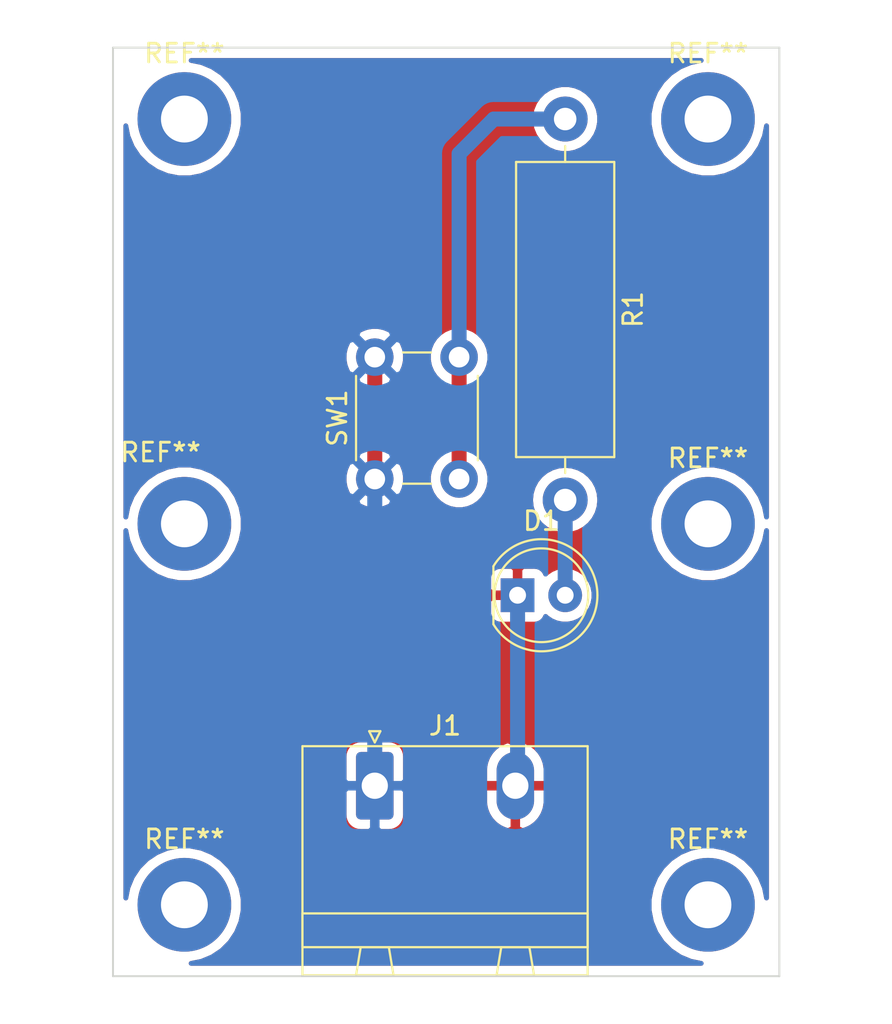
<source format=kicad_pcb>
(kicad_pcb (version 20171130) (host pcbnew 5.1.1-8be2ce7~80~ubuntu18.04.1)

  (general
    (thickness 1.6)
    (drawings 4)
    (tracks 9)
    (zones 0)
    (modules 10)
    (nets 5)
  )

  (page A4)
  (layers
    (0 F.Cu signal)
    (31 B.Cu signal)
    (33 F.Adhes user)
    (35 F.Paste user)
    (37 F.SilkS user)
    (39 F.Mask user)
    (40 Dwgs.User user)
    (41 Cmts.User user)
    (42 Eco1.User user)
    (43 Eco2.User user)
    (44 Edge.Cuts user)
    (45 Margin user)
    (46 B.CrtYd user)
    (47 F.CrtYd user)
    (49 F.Fab user)
  )

  (setup
    (last_trace_width 0.8)
    (trace_clearance 0.25)
    (zone_clearance 0.508)
    (zone_45_only no)
    (trace_min 0.2)
    (via_size 0.8)
    (via_drill 0.4)
    (via_min_size 0.4)
    (via_min_drill 0.3)
    (uvia_size 0.3)
    (uvia_drill 0.1)
    (uvias_allowed no)
    (uvia_min_size 0.2)
    (uvia_min_drill 0.1)
    (edge_width 0.05)
    (segment_width 0.2)
    (pcb_text_width 0.3)
    (pcb_text_size 1.5 1.5)
    (mod_edge_width 0.12)
    (mod_text_size 1 1)
    (mod_text_width 0.15)
    (pad_size 1.524 1.524)
    (pad_drill 0.762)
    (pad_to_mask_clearance 0.051)
    (solder_mask_min_width 0.25)
    (aux_axis_origin 0 0)
    (visible_elements FFFFFF7F)
    (pcbplotparams
      (layerselection 0x010fc_ffffffff)
      (usegerberextensions false)
      (usegerberattributes false)
      (usegerberadvancedattributes false)
      (creategerberjobfile false)
      (excludeedgelayer true)
      (linewidth 0.100000)
      (plotframeref false)
      (viasonmask false)
      (mode 1)
      (useauxorigin false)
      (hpglpennumber 1)
      (hpglpenspeed 20)
      (hpglpendiameter 15.000000)
      (psnegative false)
      (psa4output false)
      (plotreference true)
      (plotvalue true)
      (plotinvisibletext false)
      (padsonsilk false)
      (subtractmaskfromsilk false)
      (outputformat 1)
      (mirror false)
      (drillshape 1)
      (scaleselection 1)
      (outputdirectory ""))
  )

  (net 0 "")
  (net 1 "Net-(D1-Pad2)")
  (net 2 GND)
  (net 3 VDD)
  (net 4 "Net-(R1-Pad1)")

  (net_class Default "This is the default net class."
    (clearance 0.25)
    (trace_width 0.8)
    (via_dia 0.8)
    (via_drill 0.4)
    (uvia_dia 0.3)
    (uvia_drill 0.1)
    (add_net GND)
    (add_net "Net-(D1-Pad2)")
    (add_net "Net-(R1-Pad1)")
    (add_net VDD)
  )

  (module MountingHole:MountingHole_2.5mm_Pad (layer F.Cu) (tedit 56D1B4CB) (tstamp 5CBB96F6)
    (at 135.89 90.17)
    (descr "Mounting Hole 2.5mm")
    (tags "mounting hole 2.5mm")
    (attr virtual)
    (fp_text reference REF** (at -1.27 -3.81) (layer F.SilkS)
      (effects (font (size 1 1) (thickness 0.15)))
    )
    (fp_text value MountingHole_2.5mm_Pad (at 0 3.5) (layer F.Fab)
      (effects (font (size 1 1) (thickness 0.15)))
    )
    (fp_circle (center 0 0) (end 2.75 0) (layer F.CrtYd) (width 0.05))
    (fp_circle (center 0 0) (end 2.5 0) (layer Cmts.User) (width 0.15))
    (fp_text user %R (at 0.3 0) (layer F.Fab)
      (effects (font (size 1 1) (thickness 0.15)))
    )
    (pad 1 thru_hole circle (at 0 0) (size 5 5) (drill 2.5) (layers *.Cu *.Mask))
  )

  (module MountingHole:MountingHole_2.5mm_Pad (layer F.Cu) (tedit 56D1B4CB) (tstamp 5CBB9638)
    (at 163.83 90.17)
    (descr "Mounting Hole 2.5mm")
    (tags "mounting hole 2.5mm")
    (attr virtual)
    (fp_text reference REF** (at 0 -3.5) (layer F.SilkS)
      (effects (font (size 1 1) (thickness 0.15)))
    )
    (fp_text value MountingHole_2.5mm_Pad (at 0 3.5) (layer F.Fab)
      (effects (font (size 1 1) (thickness 0.15)))
    )
    (fp_circle (center 0 0) (end 2.75 0) (layer F.CrtYd) (width 0.05))
    (fp_circle (center 0 0) (end 2.5 0) (layer Cmts.User) (width 0.15))
    (fp_text user %R (at 0.3 0) (layer F.Fab)
      (effects (font (size 1 1) (thickness 0.15)))
    )
    (pad 1 thru_hole circle (at 0 0) (size 5 5) (drill 2.5) (layers *.Cu *.Mask))
  )

  (module MountingHole:MountingHole_2.5mm_Pad (layer F.Cu) (tedit 56D1B4CB) (tstamp 5CBB9535)
    (at 135.89 68.58)
    (descr "Mounting Hole 2.5mm")
    (tags "mounting hole 2.5mm")
    (attr virtual)
    (fp_text reference REF** (at 0 -3.5) (layer F.SilkS)
      (effects (font (size 1 1) (thickness 0.15)))
    )
    (fp_text value MountingHole_2.5mm_Pad (at 0 3.5) (layer F.Fab)
      (effects (font (size 1 1) (thickness 0.15)))
    )
    (fp_circle (center 0 0) (end 2.75 0) (layer F.CrtYd) (width 0.05))
    (fp_circle (center 0 0) (end 2.5 0) (layer Cmts.User) (width 0.15))
    (fp_text user %R (at 0.3 0) (layer F.Fab)
      (effects (font (size 1 1) (thickness 0.15)))
    )
    (pad 1 thru_hole circle (at 0 0) (size 5 5) (drill 2.5) (layers *.Cu *.Mask))
  )

  (module MountingHole:MountingHole_2.5mm_Pad (layer F.Cu) (tedit 56D1B4CB) (tstamp 5CBB9462)
    (at 163.83 68.58)
    (descr "Mounting Hole 2.5mm")
    (tags "mounting hole 2.5mm")
    (attr virtual)
    (fp_text reference REF** (at 0 -3.5) (layer F.SilkS)
      (effects (font (size 1 1) (thickness 0.15)))
    )
    (fp_text value MountingHole_2.5mm_Pad (at 0 3.5) (layer F.Fab)
      (effects (font (size 1 1) (thickness 0.15)))
    )
    (fp_circle (center 0 0) (end 2.75 0) (layer F.CrtYd) (width 0.05))
    (fp_circle (center 0 0) (end 2.5 0) (layer Cmts.User) (width 0.15))
    (fp_text user %R (at 0.3 0) (layer F.Fab)
      (effects (font (size 1 1) (thickness 0.15)))
    )
    (pad 1 thru_hole circle (at 0 0) (size 5 5) (drill 2.5) (layers *.Cu *.Mask))
  )

  (module MountingHole:MountingHole_2.5mm_Pad (layer F.Cu) (tedit 56D1B4CB) (tstamp 5CBB93B9)
    (at 163.83 110.49)
    (descr "Mounting Hole 2.5mm")
    (tags "mounting hole 2.5mm")
    (attr virtual)
    (fp_text reference REF** (at 0 -3.5) (layer F.SilkS)
      (effects (font (size 1 1) (thickness 0.15)))
    )
    (fp_text value MountingHole_2.5mm_Pad (at 0 3.5) (layer F.Fab)
      (effects (font (size 1 1) (thickness 0.15)))
    )
    (fp_circle (center 0 0) (end 2.75 0) (layer F.CrtYd) (width 0.05))
    (fp_circle (center 0 0) (end 2.5 0) (layer Cmts.User) (width 0.15))
    (fp_text user %R (at 0.3 0) (layer F.Fab)
      (effects (font (size 1 1) (thickness 0.15)))
    )
    (pad 1 thru_hole circle (at 0 0) (size 5 5) (drill 2.5) (layers *.Cu *.Mask))
  )

  (module MountingHole:MountingHole_2.5mm_Pad (layer F.Cu) (tedit 56D1B4CB) (tstamp 5CBB9308)
    (at 135.89 110.49)
    (descr "Mounting Hole 2.5mm")
    (tags "mounting hole 2.5mm")
    (attr virtual)
    (fp_text reference REF** (at 0 -3.5) (layer F.SilkS)
      (effects (font (size 1 1) (thickness 0.15)))
    )
    (fp_text value MountingHole_2.5mm_Pad (at 0 3.5) (layer F.Fab)
      (effects (font (size 1 1) (thickness 0.15)))
    )
    (fp_circle (center 0 0) (end 2.75 0) (layer F.CrtYd) (width 0.05))
    (fp_circle (center 0 0) (end 2.5 0) (layer Cmts.User) (width 0.15))
    (fp_text user %R (at 0.3 0) (layer F.Fab)
      (effects (font (size 1 1) (thickness 0.15)))
    )
    (pad 1 thru_hole circle (at 0 0) (size 5 5) (drill 2.5) (layers *.Cu *.Mask))
  )

  (module Button_Switch_THT:SW_PUSH_6mm_H5mm (layer F.Cu) (tedit 5A02FE31) (tstamp 5CBB8405)
    (at 146.05 87.78 90)
    (descr "tactile push button, 6x6mm e.g. PHAP33xx series, height=5mm")
    (tags "tact sw push 6mm")
    (path /5CBB425A)
    (fp_text reference SW1 (at 3.25 -2 90) (layer F.SilkS)
      (effects (font (size 1 1) (thickness 0.15)))
    )
    (fp_text value SW_SPST (at 3.75 6.7 90) (layer F.Fab)
      (effects (font (size 1 1) (thickness 0.15)))
    )
    (fp_circle (center 3.25 2.25) (end 1.25 2.5) (layer F.Fab) (width 0.1))
    (fp_line (start 6.75 3) (end 6.75 1.5) (layer F.SilkS) (width 0.12))
    (fp_line (start 5.5 -1) (end 1 -1) (layer F.SilkS) (width 0.12))
    (fp_line (start -0.25 1.5) (end -0.25 3) (layer F.SilkS) (width 0.12))
    (fp_line (start 1 5.5) (end 5.5 5.5) (layer F.SilkS) (width 0.12))
    (fp_line (start 8 -1.25) (end 8 5.75) (layer F.CrtYd) (width 0.05))
    (fp_line (start 7.75 6) (end -1.25 6) (layer F.CrtYd) (width 0.05))
    (fp_line (start -1.5 5.75) (end -1.5 -1.25) (layer F.CrtYd) (width 0.05))
    (fp_line (start -1.25 -1.5) (end 7.75 -1.5) (layer F.CrtYd) (width 0.05))
    (fp_line (start -1.5 6) (end -1.25 6) (layer F.CrtYd) (width 0.05))
    (fp_line (start -1.5 5.75) (end -1.5 6) (layer F.CrtYd) (width 0.05))
    (fp_line (start -1.5 -1.5) (end -1.25 -1.5) (layer F.CrtYd) (width 0.05))
    (fp_line (start -1.5 -1.25) (end -1.5 -1.5) (layer F.CrtYd) (width 0.05))
    (fp_line (start 8 -1.5) (end 8 -1.25) (layer F.CrtYd) (width 0.05))
    (fp_line (start 7.75 -1.5) (end 8 -1.5) (layer F.CrtYd) (width 0.05))
    (fp_line (start 8 6) (end 8 5.75) (layer F.CrtYd) (width 0.05))
    (fp_line (start 7.75 6) (end 8 6) (layer F.CrtYd) (width 0.05))
    (fp_line (start 0.25 -0.75) (end 3.25 -0.75) (layer F.Fab) (width 0.1))
    (fp_line (start 0.25 5.25) (end 0.25 -0.75) (layer F.Fab) (width 0.1))
    (fp_line (start 6.25 5.25) (end 0.25 5.25) (layer F.Fab) (width 0.1))
    (fp_line (start 6.25 -0.75) (end 6.25 5.25) (layer F.Fab) (width 0.1))
    (fp_line (start 3.25 -0.75) (end 6.25 -0.75) (layer F.Fab) (width 0.1))
    (fp_text user %R (at 3.25 2.25 90) (layer F.Fab)
      (effects (font (size 1 1) (thickness 0.15)))
    )
    (pad 1 thru_hole circle (at 6.5 0 180) (size 2 2) (drill 1.1) (layers *.Cu *.Mask)
      (net 3 VDD))
    (pad 2 thru_hole circle (at 6.5 4.5 180) (size 2 2) (drill 1.1) (layers *.Cu *.Mask)
      (net 4 "Net-(R1-Pad1)"))
    (pad 1 thru_hole circle (at 0 0 180) (size 2 2) (drill 1.1) (layers *.Cu *.Mask)
      (net 3 VDD))
    (pad 2 thru_hole circle (at 0 4.5 180) (size 2 2) (drill 1.1) (layers *.Cu *.Mask)
      (net 4 "Net-(R1-Pad1)"))
    (model ${KISYS3DMOD}/Button_Switch_THT.3dshapes/SW_PUSH_6mm_H5mm.wrl
      (at (xyz 0 0 0))
      (scale (xyz 1 1 1))
      (rotate (xyz 0 0 0))
    )
  )

  (module Resistor_THT:R_Axial_DIN0516_L15.5mm_D5.0mm_P20.32mm_Horizontal (layer F.Cu) (tedit 5AE5139B) (tstamp 5CBB83E6)
    (at 156.21 68.58 270)
    (descr "Resistor, Axial_DIN0516 series, Axial, Horizontal, pin pitch=20.32mm, 2W, length*diameter=15.5*5mm^2, http://cdn-reichelt.de/documents/datenblatt/B400/1_4W%23YAG.pdf")
    (tags "Resistor Axial_DIN0516 series Axial Horizontal pin pitch 20.32mm 2W length 15.5mm diameter 5mm")
    (path /5CBB5627)
    (fp_text reference R1 (at 10.16 -3.62 90) (layer F.SilkS)
      (effects (font (size 1 1) (thickness 0.15)))
    )
    (fp_text value 330R (at 10.16 3.62 90) (layer F.Fab)
      (effects (font (size 1 1) (thickness 0.15)))
    )
    (fp_text user %R (at 10.16 0 90) (layer F.Fab)
      (effects (font (size 1 1) (thickness 0.15)))
    )
    (fp_line (start 21.77 -2.75) (end -1.45 -2.75) (layer F.CrtYd) (width 0.05))
    (fp_line (start 21.77 2.75) (end 21.77 -2.75) (layer F.CrtYd) (width 0.05))
    (fp_line (start -1.45 2.75) (end 21.77 2.75) (layer F.CrtYd) (width 0.05))
    (fp_line (start -1.45 -2.75) (end -1.45 2.75) (layer F.CrtYd) (width 0.05))
    (fp_line (start 18.88 0) (end 18.03 0) (layer F.SilkS) (width 0.12))
    (fp_line (start 1.44 0) (end 2.29 0) (layer F.SilkS) (width 0.12))
    (fp_line (start 18.03 -2.62) (end 2.29 -2.62) (layer F.SilkS) (width 0.12))
    (fp_line (start 18.03 2.62) (end 18.03 -2.62) (layer F.SilkS) (width 0.12))
    (fp_line (start 2.29 2.62) (end 18.03 2.62) (layer F.SilkS) (width 0.12))
    (fp_line (start 2.29 -2.62) (end 2.29 2.62) (layer F.SilkS) (width 0.12))
    (fp_line (start 20.32 0) (end 17.91 0) (layer F.Fab) (width 0.1))
    (fp_line (start 0 0) (end 2.41 0) (layer F.Fab) (width 0.1))
    (fp_line (start 17.91 -2.5) (end 2.41 -2.5) (layer F.Fab) (width 0.1))
    (fp_line (start 17.91 2.5) (end 17.91 -2.5) (layer F.Fab) (width 0.1))
    (fp_line (start 2.41 2.5) (end 17.91 2.5) (layer F.Fab) (width 0.1))
    (fp_line (start 2.41 -2.5) (end 2.41 2.5) (layer F.Fab) (width 0.1))
    (pad 2 thru_hole oval (at 20.32 0 270) (size 2.4 2.4) (drill 1.2) (layers *.Cu *.Mask)
      (net 1 "Net-(D1-Pad2)"))
    (pad 1 thru_hole circle (at 0 0 270) (size 2.4 2.4) (drill 1.2) (layers *.Cu *.Mask)
      (net 4 "Net-(R1-Pad1)"))
    (model ${KISYS3DMOD}/Resistor_THT.3dshapes/R_Axial_DIN0516_L15.5mm_D5.0mm_P20.32mm_Horizontal.wrl
      (at (xyz 0 0 0))
      (scale (xyz 1 1 1))
      (rotate (xyz 0 0 0))
    )
  )

  (module Connector_Phoenix_GMSTB:PhoenixContact_GMSTBA_2,5_2-G_1x02_P7.50mm_Horizontal (layer F.Cu) (tedit 5B785048) (tstamp 5CBB83CF)
    (at 146.05 104.14)
    (descr "Generic Phoenix Contact connector footprint for: GMSTBA_2,5/2-G; number of pins: 02; pin pitch: 7.50mm; Angled || order number: 1766343 12A 630V")
    (tags "phoenix_contact connector GMSTBA_01x02_G_7.50mm")
    (path /5CBB2D8A)
    (fp_text reference J1 (at 3.75 -3.2) (layer F.SilkS)
      (effects (font (size 1 1) (thickness 0.15)))
    )
    (fp_text value Conn_01x02_Male (at 3.75 11.2) (layer F.Fab)
      (effects (font (size 1 1) (thickness 0.15)))
    )
    (fp_text user %R (at 3.75 -1.3) (layer F.Fab)
      (effects (font (size 1 1) (thickness 0.15)))
    )
    (fp_line (start 0 -0.5) (end -0.95 -2) (layer F.Fab) (width 0.1))
    (fp_line (start 0.95 -2) (end 0 -0.5) (layer F.Fab) (width 0.1))
    (fp_line (start -0.3 -2.91) (end 0.3 -2.91) (layer F.SilkS) (width 0.12))
    (fp_line (start 0 -2.31) (end -0.3 -2.91) (layer F.SilkS) (width 0.12))
    (fp_line (start 0.3 -2.91) (end 0 -2.31) (layer F.SilkS) (width 0.12))
    (fp_line (start 11.75 -2.5) (end -4.25 -2.5) (layer F.CrtYd) (width 0.05))
    (fp_line (start 11.75 10.5) (end 11.75 -2.5) (layer F.CrtYd) (width 0.05))
    (fp_line (start -4.25 10.5) (end 11.75 10.5) (layer F.CrtYd) (width 0.05))
    (fp_line (start -4.25 -2.5) (end -4.25 10.5) (layer F.CrtYd) (width 0.05))
    (fp_line (start 6.75 8.61) (end 6.5 10.11) (layer F.SilkS) (width 0.12))
    (fp_line (start 8.25 8.61) (end 6.75 8.61) (layer F.SilkS) (width 0.12))
    (fp_line (start 8.5 10.11) (end 8.25 8.61) (layer F.SilkS) (width 0.12))
    (fp_line (start 6.5 10.11) (end 8.5 10.11) (layer F.SilkS) (width 0.12))
    (fp_line (start -0.75 8.61) (end -1 10.11) (layer F.SilkS) (width 0.12))
    (fp_line (start 0.75 8.61) (end -0.75 8.61) (layer F.SilkS) (width 0.12))
    (fp_line (start 1 10.11) (end 0.75 8.61) (layer F.SilkS) (width 0.12))
    (fp_line (start -1 10.11) (end 1 10.11) (layer F.SilkS) (width 0.12))
    (fp_line (start 11.36 8.61) (end -3.86 8.61) (layer F.SilkS) (width 0.12))
    (fp_line (start 11.36 6.81) (end 11.36 8.61) (layer F.SilkS) (width 0.12))
    (fp_line (start -3.86 6.81) (end 11.36 6.81) (layer F.SilkS) (width 0.12))
    (fp_line (start -3.86 8.61) (end -3.86 6.81) (layer F.SilkS) (width 0.12))
    (fp_line (start 11.25 -2) (end -3.75 -2) (layer F.Fab) (width 0.1))
    (fp_line (start 11.25 10) (end 11.25 -2) (layer F.Fab) (width 0.1))
    (fp_line (start -3.75 10) (end 11.25 10) (layer F.Fab) (width 0.1))
    (fp_line (start -3.75 -2) (end -3.75 10) (layer F.Fab) (width 0.1))
    (fp_line (start 11.36 -2.11) (end -3.86 -2.11) (layer F.SilkS) (width 0.12))
    (fp_line (start 11.36 10.11) (end 11.36 -2.11) (layer F.SilkS) (width 0.12))
    (fp_line (start -3.86 10.11) (end 11.36 10.11) (layer F.SilkS) (width 0.12))
    (fp_line (start -3.86 -2.11) (end -3.86 10.11) (layer F.SilkS) (width 0.12))
    (pad 2 thru_hole oval (at 7.5 0) (size 2 3.6) (drill 1.4) (layers *.Cu *.Mask)
      (net 2 GND))
    (pad 1 thru_hole roundrect (at 0 0) (size 2 3.6) (drill 1.4) (layers *.Cu *.Mask) (roundrect_rratio 0.125)
      (net 3 VDD))
    (model ${KISYS3DMOD}/Connector_Phoenix_GMSTB.3dshapes/PhoenixContact_GMSTBA_2,5_2-G_1x02_P7.50mm_Horizontal.wrl
      (at (xyz 0 0 0))
      (scale (xyz 1 1 1))
      (rotate (xyz 0 0 0))
    )
  )

  (module LED_THT:LED_D5.0mm (layer F.Cu) (tedit 5995936A) (tstamp 5CBB83AB)
    (at 153.67 93.98)
    (descr "LED, diameter 5.0mm, 2 pins, http://cdn-reichelt.de/documents/datenblatt/A500/LL-504BC2E-009.pdf")
    (tags "LED diameter 5.0mm 2 pins")
    (path /5CBB5A24)
    (fp_text reference D1 (at 1.27 -3.96) (layer F.SilkS)
      (effects (font (size 1 1) (thickness 0.15)))
    )
    (fp_text value LED (at 1.27 3.96) (layer F.Fab)
      (effects (font (size 1 1) (thickness 0.15)))
    )
    (fp_text user %R (at 1.27 0) (layer F.Fab)
      (effects (font (size 0.8 0.8) (thickness 0.2)))
    )
    (fp_line (start 4.5 -3.25) (end -1.95 -3.25) (layer F.CrtYd) (width 0.05))
    (fp_line (start 4.5 3.25) (end 4.5 -3.25) (layer F.CrtYd) (width 0.05))
    (fp_line (start -1.95 3.25) (end 4.5 3.25) (layer F.CrtYd) (width 0.05))
    (fp_line (start -1.95 -3.25) (end -1.95 3.25) (layer F.CrtYd) (width 0.05))
    (fp_line (start -1.29 -1.545) (end -1.29 1.545) (layer F.SilkS) (width 0.12))
    (fp_line (start -1.23 -1.469694) (end -1.23 1.469694) (layer F.Fab) (width 0.1))
    (fp_circle (center 1.27 0) (end 3.77 0) (layer F.SilkS) (width 0.12))
    (fp_circle (center 1.27 0) (end 3.77 0) (layer F.Fab) (width 0.1))
    (fp_arc (start 1.27 0) (end -1.29 1.54483) (angle -148.9) (layer F.SilkS) (width 0.12))
    (fp_arc (start 1.27 0) (end -1.29 -1.54483) (angle 148.9) (layer F.SilkS) (width 0.12))
    (fp_arc (start 1.27 0) (end -1.23 -1.469694) (angle 299.1) (layer F.Fab) (width 0.1))
    (pad 2 thru_hole circle (at 2.54 0) (size 1.8 1.8) (drill 0.9) (layers *.Cu *.Mask)
      (net 1 "Net-(D1-Pad2)"))
    (pad 1 thru_hole rect (at 0 0) (size 1.8 1.8) (drill 0.9) (layers *.Cu *.Mask)
      (net 2 GND))
    (model ${KISYS3DMOD}/LED_THT.3dshapes/LED_D5.0mm.wrl
      (at (xyz 0 0 0))
      (scale (xyz 1 1 1))
      (rotate (xyz 0 0 0))
    )
  )

  (gr_line (start 132.08 114.3) (end 132.08 64.77) (layer Edge.Cuts) (width 0.1))
  (gr_line (start 167.64 114.3) (end 132.08 114.3) (layer Edge.Cuts) (width 0.1))
  (gr_line (start 167.64 64.77) (end 167.64 114.3) (layer Edge.Cuts) (width 0.1))
  (gr_line (start 132.08 64.77) (end 167.64 64.77) (layer Edge.Cuts) (width 0.1))

  (segment (start 156.21 88.9) (end 156.21 93.98) (width 0.8) (layer B.Cu) (net 1))
  (segment (start 153.67 104.02) (end 153.55 104.14) (width 0.8) (layer B.Cu) (net 2))
  (segment (start 153.67 93.98) (end 153.67 104.02) (width 0.8) (layer B.Cu) (net 2))
  (segment (start 146.05 87.78) (end 146.05 104.14) (width 0.8) (layer B.Cu) (net 3))
  (segment (start 146.05 81.28) (end 146.05 87.78) (width 0.8) (layer F.Cu) (net 3))
  (segment (start 150.55 81.28) (end 150.55 70.43) (width 0.8) (layer B.Cu) (net 4))
  (segment (start 150.55 70.43) (end 152.4 68.58) (width 0.8) (layer B.Cu) (net 4))
  (segment (start 152.4 68.58) (end 156.21 68.58) (width 0.8) (layer B.Cu) (net 4))
  (segment (start 150.55 81.28) (end 150.55 87.78) (width 0.8) (layer F.Cu) (net 4))

  (zone (net 2) (net_name GND) (layer F.Cu) (tstamp 5CBB9A3E) (hatch edge 0.508)
    (connect_pads (clearance 0.508))
    (min_thickness 0.254)
    (fill yes (arc_segments 32) (thermal_gap 0.508) (thermal_bridge_width 0.508))
    (polygon
      (pts
        (xy 130.81 63.5) (xy 168.91 63.5) (xy 168.91 115.57) (xy 130.81 115.57)
      )
    )
    (filled_polygon
      (pts
        (xy 162.915554 65.565476) (xy 162.345021 65.801799) (xy 161.831554 66.144886) (xy 161.394886 66.581554) (xy 161.051799 67.095021)
        (xy 160.815476 67.665554) (xy 160.695 68.271229) (xy 160.695 68.888771) (xy 160.815476 69.494446) (xy 161.051799 70.064979)
        (xy 161.394886 70.578446) (xy 161.831554 71.015114) (xy 162.345021 71.358201) (xy 162.915554 71.594524) (xy 163.521229 71.715)
        (xy 164.138771 71.715) (xy 164.744446 71.594524) (xy 165.314979 71.358201) (xy 165.828446 71.015114) (xy 166.265114 70.578446)
        (xy 166.608201 70.064979) (xy 166.844524 69.494446) (xy 166.955 68.939044) (xy 166.955001 89.810956) (xy 166.844524 89.255554)
        (xy 166.608201 88.685021) (xy 166.265114 88.171554) (xy 165.828446 87.734886) (xy 165.314979 87.391799) (xy 164.744446 87.155476)
        (xy 164.138771 87.035) (xy 163.521229 87.035) (xy 162.915554 87.155476) (xy 162.345021 87.391799) (xy 161.831554 87.734886)
        (xy 161.394886 88.171554) (xy 161.051799 88.685021) (xy 160.815476 89.255554) (xy 160.695 89.861229) (xy 160.695 90.478771)
        (xy 160.815476 91.084446) (xy 161.051799 91.654979) (xy 161.394886 92.168446) (xy 161.831554 92.605114) (xy 162.345021 92.948201)
        (xy 162.915554 93.184524) (xy 163.521229 93.305) (xy 164.138771 93.305) (xy 164.744446 93.184524) (xy 165.314979 92.948201)
        (xy 165.828446 92.605114) (xy 166.265114 92.168446) (xy 166.608201 91.654979) (xy 166.844524 91.084446) (xy 166.955001 90.529044)
        (xy 166.955001 110.13096) (xy 166.844524 109.575554) (xy 166.608201 109.005021) (xy 166.265114 108.491554) (xy 165.828446 108.054886)
        (xy 165.314979 107.711799) (xy 164.744446 107.475476) (xy 164.138771 107.355) (xy 163.521229 107.355) (xy 162.915554 107.475476)
        (xy 162.345021 107.711799) (xy 161.831554 108.054886) (xy 161.394886 108.491554) (xy 161.051799 109.005021) (xy 160.815476 109.575554)
        (xy 160.695 110.181229) (xy 160.695 110.798771) (xy 160.815476 111.404446) (xy 161.051799 111.974979) (xy 161.394886 112.488446)
        (xy 161.831554 112.925114) (xy 162.345021 113.268201) (xy 162.915554 113.504524) (xy 163.470956 113.615) (xy 136.249044 113.615)
        (xy 136.804446 113.504524) (xy 137.374979 113.268201) (xy 137.888446 112.925114) (xy 138.325114 112.488446) (xy 138.668201 111.974979)
        (xy 138.904524 111.404446) (xy 139.025 110.798771) (xy 139.025 110.181229) (xy 138.904524 109.575554) (xy 138.668201 109.005021)
        (xy 138.325114 108.491554) (xy 137.888446 108.054886) (xy 137.374979 107.711799) (xy 136.804446 107.475476) (xy 136.198771 107.355)
        (xy 135.581229 107.355) (xy 134.975554 107.475476) (xy 134.405021 107.711799) (xy 133.891554 108.054886) (xy 133.454886 108.491554)
        (xy 133.111799 109.005021) (xy 132.875476 109.575554) (xy 132.765 110.130956) (xy 132.765 102.59) (xy 144.411928 102.59)
        (xy 144.411928 105.69) (xy 144.428992 105.863254) (xy 144.479528 106.02985) (xy 144.561595 106.183386) (xy 144.672038 106.317962)
        (xy 144.806614 106.428405) (xy 144.96015 106.510472) (xy 145.126746 106.561008) (xy 145.3 106.578072) (xy 146.8 106.578072)
        (xy 146.973254 106.561008) (xy 147.13985 106.510472) (xy 147.293386 106.428405) (xy 147.427962 106.317962) (xy 147.538405 106.183386)
        (xy 147.620472 106.02985) (xy 147.671008 105.863254) (xy 147.688072 105.69) (xy 147.688072 104.267) (xy 151.915 104.267)
        (xy 151.915 105.067) (xy 151.971193 105.383532) (xy 152.088058 105.68302) (xy 152.261105 105.953954) (xy 152.483683 106.185922)
        (xy 152.747239 106.37001) (xy 153.041645 106.499144) (xy 153.169566 106.530124) (xy 153.423 106.410777) (xy 153.423 104.267)
        (xy 153.677 104.267) (xy 153.677 106.410777) (xy 153.930434 106.530124) (xy 154.058355 106.499144) (xy 154.352761 106.37001)
        (xy 154.616317 106.185922) (xy 154.838895 105.953954) (xy 155.011942 105.68302) (xy 155.128807 105.383532) (xy 155.185 105.067)
        (xy 155.185 104.267) (xy 153.677 104.267) (xy 153.423 104.267) (xy 151.915 104.267) (xy 147.688072 104.267)
        (xy 147.688072 103.213) (xy 151.915 103.213) (xy 151.915 104.013) (xy 153.423 104.013) (xy 153.423 101.869223)
        (xy 153.677 101.869223) (xy 153.677 104.013) (xy 155.185 104.013) (xy 155.185 103.213) (xy 155.128807 102.896468)
        (xy 155.011942 102.59698) (xy 154.838895 102.326046) (xy 154.616317 102.094078) (xy 154.352761 101.90999) (xy 154.058355 101.780856)
        (xy 153.930434 101.749876) (xy 153.677 101.869223) (xy 153.423 101.869223) (xy 153.169566 101.749876) (xy 153.041645 101.780856)
        (xy 152.747239 101.90999) (xy 152.483683 102.094078) (xy 152.261105 102.326046) (xy 152.088058 102.59698) (xy 151.971193 102.896468)
        (xy 151.915 103.213) (xy 147.688072 103.213) (xy 147.688072 102.59) (xy 147.671008 102.416746) (xy 147.620472 102.25015)
        (xy 147.538405 102.096614) (xy 147.427962 101.962038) (xy 147.293386 101.851595) (xy 147.13985 101.769528) (xy 146.973254 101.718992)
        (xy 146.8 101.701928) (xy 145.3 101.701928) (xy 145.126746 101.718992) (xy 144.96015 101.769528) (xy 144.806614 101.851595)
        (xy 144.672038 101.962038) (xy 144.561595 102.096614) (xy 144.479528 102.25015) (xy 144.428992 102.416746) (xy 144.411928 102.59)
        (xy 132.765 102.59) (xy 132.765 94.88) (xy 152.131928 94.88) (xy 152.144188 95.004482) (xy 152.180498 95.12418)
        (xy 152.239463 95.234494) (xy 152.318815 95.331185) (xy 152.415506 95.410537) (xy 152.52582 95.469502) (xy 152.645518 95.505812)
        (xy 152.77 95.518072) (xy 153.38425 95.515) (xy 153.543 95.35625) (xy 153.543 94.107) (xy 152.29375 94.107)
        (xy 152.135 94.26575) (xy 152.131928 94.88) (xy 132.765 94.88) (xy 132.765 90.529044) (xy 132.875476 91.084446)
        (xy 133.111799 91.654979) (xy 133.454886 92.168446) (xy 133.891554 92.605114) (xy 134.405021 92.948201) (xy 134.975554 93.184524)
        (xy 135.581229 93.305) (xy 136.198771 93.305) (xy 136.804446 93.184524) (xy 137.056788 93.08) (xy 152.131928 93.08)
        (xy 152.135 93.69425) (xy 152.29375 93.853) (xy 153.543 93.853) (xy 153.543 92.60375) (xy 153.797 92.60375)
        (xy 153.797 93.853) (xy 153.817 93.853) (xy 153.817 94.107) (xy 153.797 94.107) (xy 153.797 95.35625)
        (xy 153.95575 95.515) (xy 154.57 95.518072) (xy 154.694482 95.505812) (xy 154.81418 95.469502) (xy 154.924494 95.410537)
        (xy 155.021185 95.331185) (xy 155.100537 95.234494) (xy 155.159502 95.12418) (xy 155.165056 95.105873) (xy 155.231495 95.172312)
        (xy 155.482905 95.340299) (xy 155.762257 95.456011) (xy 156.058816 95.515) (xy 156.361184 95.515) (xy 156.657743 95.456011)
        (xy 156.937095 95.340299) (xy 157.188505 95.172312) (xy 157.402312 94.958505) (xy 157.570299 94.707095) (xy 157.686011 94.427743)
        (xy 157.745 94.131184) (xy 157.745 93.828816) (xy 157.686011 93.532257) (xy 157.570299 93.252905) (xy 157.402312 93.001495)
        (xy 157.188505 92.787688) (xy 156.937095 92.619701) (xy 156.657743 92.503989) (xy 156.361184 92.445) (xy 156.058816 92.445)
        (xy 155.762257 92.503989) (xy 155.482905 92.619701) (xy 155.231495 92.787688) (xy 155.165056 92.854127) (xy 155.159502 92.83582)
        (xy 155.100537 92.725506) (xy 155.021185 92.628815) (xy 154.924494 92.549463) (xy 154.81418 92.490498) (xy 154.694482 92.454188)
        (xy 154.57 92.441928) (xy 153.95575 92.445) (xy 153.797 92.60375) (xy 153.543 92.60375) (xy 153.38425 92.445)
        (xy 152.77 92.441928) (xy 152.645518 92.454188) (xy 152.52582 92.490498) (xy 152.415506 92.549463) (xy 152.318815 92.628815)
        (xy 152.239463 92.725506) (xy 152.180498 92.83582) (xy 152.144188 92.955518) (xy 152.131928 93.08) (xy 137.056788 93.08)
        (xy 137.374979 92.948201) (xy 137.888446 92.605114) (xy 138.325114 92.168446) (xy 138.668201 91.654979) (xy 138.904524 91.084446)
        (xy 139.025 90.478771) (xy 139.025 89.861229) (xy 138.904524 89.255554) (xy 138.668201 88.685021) (xy 138.325114 88.171554)
        (xy 137.888446 87.734886) (xy 137.374979 87.391799) (xy 136.804446 87.155476) (xy 136.198771 87.035) (xy 135.581229 87.035)
        (xy 134.975554 87.155476) (xy 134.405021 87.391799) (xy 133.891554 87.734886) (xy 133.454886 88.171554) (xy 133.111799 88.685021)
        (xy 132.875476 89.255554) (xy 132.765 89.810956) (xy 132.765 81.118967) (xy 144.415 81.118967) (xy 144.415 81.441033)
        (xy 144.477832 81.756912) (xy 144.601082 82.054463) (xy 144.780013 82.322252) (xy 145.007748 82.549987) (xy 145.015 82.554833)
        (xy 145.015001 86.505167) (xy 145.007748 86.510013) (xy 144.780013 86.737748) (xy 144.601082 87.005537) (xy 144.477832 87.303088)
        (xy 144.415 87.618967) (xy 144.415 87.941033) (xy 144.477832 88.256912) (xy 144.601082 88.554463) (xy 144.780013 88.822252)
        (xy 145.007748 89.049987) (xy 145.275537 89.228918) (xy 145.573088 89.352168) (xy 145.888967 89.415) (xy 146.211033 89.415)
        (xy 146.526912 89.352168) (xy 146.824463 89.228918) (xy 147.092252 89.049987) (xy 147.319987 88.822252) (xy 147.498918 88.554463)
        (xy 147.622168 88.256912) (xy 147.685 87.941033) (xy 147.685 87.618967) (xy 147.622168 87.303088) (xy 147.498918 87.005537)
        (xy 147.319987 86.737748) (xy 147.092252 86.510013) (xy 147.085 86.505167) (xy 147.085 82.554833) (xy 147.092252 82.549987)
        (xy 147.319987 82.322252) (xy 147.498918 82.054463) (xy 147.622168 81.756912) (xy 147.685 81.441033) (xy 147.685 81.118967)
        (xy 148.915 81.118967) (xy 148.915 81.441033) (xy 148.977832 81.756912) (xy 149.101082 82.054463) (xy 149.280013 82.322252)
        (xy 149.507748 82.549987) (xy 149.515 82.554833) (xy 149.515001 86.505167) (xy 149.507748 86.510013) (xy 149.280013 86.737748)
        (xy 149.101082 87.005537) (xy 148.977832 87.303088) (xy 148.915 87.618967) (xy 148.915 87.941033) (xy 148.977832 88.256912)
        (xy 149.101082 88.554463) (xy 149.280013 88.822252) (xy 149.507748 89.049987) (xy 149.775537 89.228918) (xy 150.073088 89.352168)
        (xy 150.388967 89.415) (xy 150.711033 89.415) (xy 151.026912 89.352168) (xy 151.324463 89.228918) (xy 151.592252 89.049987)
        (xy 151.742239 88.9) (xy 154.366122 88.9) (xy 154.401552 89.259723) (xy 154.506479 89.605622) (xy 154.676871 89.924404)
        (xy 154.906181 90.203819) (xy 155.185596 90.433129) (xy 155.504378 90.603521) (xy 155.850277 90.708448) (xy 156.119861 90.735)
        (xy 156.300139 90.735) (xy 156.569723 90.708448) (xy 156.915622 90.603521) (xy 157.234404 90.433129) (xy 157.513819 90.203819)
        (xy 157.743129 89.924404) (xy 157.913521 89.605622) (xy 158.018448 89.259723) (xy 158.053878 88.9) (xy 158.018448 88.540277)
        (xy 157.913521 88.194378) (xy 157.743129 87.875596) (xy 157.513819 87.596181) (xy 157.234404 87.366871) (xy 156.915622 87.196479)
        (xy 156.569723 87.091552) (xy 156.300139 87.065) (xy 156.119861 87.065) (xy 155.850277 87.091552) (xy 155.504378 87.196479)
        (xy 155.185596 87.366871) (xy 154.906181 87.596181) (xy 154.676871 87.875596) (xy 154.506479 88.194378) (xy 154.401552 88.540277)
        (xy 154.366122 88.9) (xy 151.742239 88.9) (xy 151.819987 88.822252) (xy 151.998918 88.554463) (xy 152.122168 88.256912)
        (xy 152.185 87.941033) (xy 152.185 87.618967) (xy 152.122168 87.303088) (xy 151.998918 87.005537) (xy 151.819987 86.737748)
        (xy 151.592252 86.510013) (xy 151.585 86.505167) (xy 151.585 82.554833) (xy 151.592252 82.549987) (xy 151.819987 82.322252)
        (xy 151.998918 82.054463) (xy 152.122168 81.756912) (xy 152.185 81.441033) (xy 152.185 81.118967) (xy 152.122168 80.803088)
        (xy 151.998918 80.505537) (xy 151.819987 80.237748) (xy 151.592252 80.010013) (xy 151.324463 79.831082) (xy 151.026912 79.707832)
        (xy 150.711033 79.645) (xy 150.388967 79.645) (xy 150.073088 79.707832) (xy 149.775537 79.831082) (xy 149.507748 80.010013)
        (xy 149.280013 80.237748) (xy 149.101082 80.505537) (xy 148.977832 80.803088) (xy 148.915 81.118967) (xy 147.685 81.118967)
        (xy 147.622168 80.803088) (xy 147.498918 80.505537) (xy 147.319987 80.237748) (xy 147.092252 80.010013) (xy 146.824463 79.831082)
        (xy 146.526912 79.707832) (xy 146.211033 79.645) (xy 145.888967 79.645) (xy 145.573088 79.707832) (xy 145.275537 79.831082)
        (xy 145.007748 80.010013) (xy 144.780013 80.237748) (xy 144.601082 80.505537) (xy 144.477832 80.803088) (xy 144.415 81.118967)
        (xy 132.765 81.118967) (xy 132.765 68.939044) (xy 132.875476 69.494446) (xy 133.111799 70.064979) (xy 133.454886 70.578446)
        (xy 133.891554 71.015114) (xy 134.405021 71.358201) (xy 134.975554 71.594524) (xy 135.581229 71.715) (xy 136.198771 71.715)
        (xy 136.804446 71.594524) (xy 137.374979 71.358201) (xy 137.888446 71.015114) (xy 138.325114 70.578446) (xy 138.668201 70.064979)
        (xy 138.904524 69.494446) (xy 139.025 68.888771) (xy 139.025 68.399268) (xy 154.375 68.399268) (xy 154.375 68.760732)
        (xy 154.445518 69.11525) (xy 154.583844 69.449199) (xy 154.784662 69.749744) (xy 155.040256 70.005338) (xy 155.340801 70.206156)
        (xy 155.67475 70.344482) (xy 156.029268 70.415) (xy 156.390732 70.415) (xy 156.74525 70.344482) (xy 157.079199 70.206156)
        (xy 157.379744 70.005338) (xy 157.635338 69.749744) (xy 157.836156 69.449199) (xy 157.974482 69.11525) (xy 158.045 68.760732)
        (xy 158.045 68.399268) (xy 157.974482 68.04475) (xy 157.836156 67.710801) (xy 157.635338 67.410256) (xy 157.379744 67.154662)
        (xy 157.079199 66.953844) (xy 156.74525 66.815518) (xy 156.390732 66.745) (xy 156.029268 66.745) (xy 155.67475 66.815518)
        (xy 155.340801 66.953844) (xy 155.040256 67.154662) (xy 154.784662 67.410256) (xy 154.583844 67.710801) (xy 154.445518 68.04475)
        (xy 154.375 68.399268) (xy 139.025 68.399268) (xy 139.025 68.271229) (xy 138.904524 67.665554) (xy 138.668201 67.095021)
        (xy 138.325114 66.581554) (xy 137.888446 66.144886) (xy 137.374979 65.801799) (xy 136.804446 65.565476) (xy 136.249044 65.455)
        (xy 163.470956 65.455)
      )
    )
  )
  (zone (net 3) (net_name VDD) (layer B.Cu) (tstamp 5CBB9A3B) (hatch edge 0.508)
    (connect_pads (clearance 0.508))
    (min_thickness 0.254)
    (fill yes (arc_segments 32) (thermal_gap 0.508) (thermal_bridge_width 0.508))
    (polygon
      (pts
        (xy 129.54 62.23) (xy 170.18 62.23) (xy 170.18 116.84) (xy 129.54 116.84)
      )
    )
    (filled_polygon
      (pts
        (xy 162.915554 65.565476) (xy 162.345021 65.801799) (xy 161.831554 66.144886) (xy 161.394886 66.581554) (xy 161.051799 67.095021)
        (xy 160.815476 67.665554) (xy 160.695 68.271229) (xy 160.695 68.888771) (xy 160.815476 69.494446) (xy 161.051799 70.064979)
        (xy 161.394886 70.578446) (xy 161.831554 71.015114) (xy 162.345021 71.358201) (xy 162.915554 71.594524) (xy 163.521229 71.715)
        (xy 164.138771 71.715) (xy 164.744446 71.594524) (xy 165.314979 71.358201) (xy 165.828446 71.015114) (xy 166.265114 70.578446)
        (xy 166.608201 70.064979) (xy 166.844524 69.494446) (xy 166.955 68.939044) (xy 166.955001 89.810956) (xy 166.844524 89.255554)
        (xy 166.608201 88.685021) (xy 166.265114 88.171554) (xy 165.828446 87.734886) (xy 165.314979 87.391799) (xy 164.744446 87.155476)
        (xy 164.138771 87.035) (xy 163.521229 87.035) (xy 162.915554 87.155476) (xy 162.345021 87.391799) (xy 161.831554 87.734886)
        (xy 161.394886 88.171554) (xy 161.051799 88.685021) (xy 160.815476 89.255554) (xy 160.695 89.861229) (xy 160.695 90.478771)
        (xy 160.815476 91.084446) (xy 161.051799 91.654979) (xy 161.394886 92.168446) (xy 161.831554 92.605114) (xy 162.345021 92.948201)
        (xy 162.915554 93.184524) (xy 163.521229 93.305) (xy 164.138771 93.305) (xy 164.744446 93.184524) (xy 165.314979 92.948201)
        (xy 165.828446 92.605114) (xy 166.265114 92.168446) (xy 166.608201 91.654979) (xy 166.844524 91.084446) (xy 166.955001 90.529044)
        (xy 166.955001 110.13096) (xy 166.844524 109.575554) (xy 166.608201 109.005021) (xy 166.265114 108.491554) (xy 165.828446 108.054886)
        (xy 165.314979 107.711799) (xy 164.744446 107.475476) (xy 164.138771 107.355) (xy 163.521229 107.355) (xy 162.915554 107.475476)
        (xy 162.345021 107.711799) (xy 161.831554 108.054886) (xy 161.394886 108.491554) (xy 161.051799 109.005021) (xy 160.815476 109.575554)
        (xy 160.695 110.181229) (xy 160.695 110.798771) (xy 160.815476 111.404446) (xy 161.051799 111.974979) (xy 161.394886 112.488446)
        (xy 161.831554 112.925114) (xy 162.345021 113.268201) (xy 162.915554 113.504524) (xy 163.470956 113.615) (xy 136.249044 113.615)
        (xy 136.804446 113.504524) (xy 137.374979 113.268201) (xy 137.888446 112.925114) (xy 138.325114 112.488446) (xy 138.668201 111.974979)
        (xy 138.904524 111.404446) (xy 139.025 110.798771) (xy 139.025 110.181229) (xy 138.904524 109.575554) (xy 138.668201 109.005021)
        (xy 138.325114 108.491554) (xy 137.888446 108.054886) (xy 137.374979 107.711799) (xy 136.804446 107.475476) (xy 136.198771 107.355)
        (xy 135.581229 107.355) (xy 134.975554 107.475476) (xy 134.405021 107.711799) (xy 133.891554 108.054886) (xy 133.454886 108.491554)
        (xy 133.111799 109.005021) (xy 132.875476 109.575554) (xy 132.765 110.130956) (xy 132.765 105.94) (xy 144.411928 105.94)
        (xy 144.424188 106.064482) (xy 144.460498 106.18418) (xy 144.519463 106.294494) (xy 144.598815 106.391185) (xy 144.695506 106.470537)
        (xy 144.80582 106.529502) (xy 144.925518 106.565812) (xy 145.05 106.578072) (xy 145.76425 106.575) (xy 145.923 106.41625)
        (xy 145.923 104.267) (xy 146.177 104.267) (xy 146.177 106.41625) (xy 146.33575 106.575) (xy 147.05 106.578072)
        (xy 147.174482 106.565812) (xy 147.29418 106.529502) (xy 147.404494 106.470537) (xy 147.501185 106.391185) (xy 147.580537 106.294494)
        (xy 147.639502 106.18418) (xy 147.675812 106.064482) (xy 147.688072 105.94) (xy 147.685 104.42575) (xy 147.52625 104.267)
        (xy 146.177 104.267) (xy 145.923 104.267) (xy 144.57375 104.267) (xy 144.415 104.42575) (xy 144.411928 105.94)
        (xy 132.765 105.94) (xy 132.765 102.34) (xy 144.411928 102.34) (xy 144.415 103.85425) (xy 144.57375 104.013)
        (xy 145.923 104.013) (xy 145.923 101.86375) (xy 146.177 101.86375) (xy 146.177 104.013) (xy 147.52625 104.013)
        (xy 147.685 103.85425) (xy 147.686206 103.259679) (xy 151.915 103.259679) (xy 151.915 105.020322) (xy 151.938658 105.260516)
        (xy 152.032149 105.568715) (xy 152.18397 105.852752) (xy 152.388287 106.101714) (xy 152.637249 106.306031) (xy 152.921286 106.457852)
        (xy 153.229485 106.551343) (xy 153.55 106.582911) (xy 153.870516 106.551343) (xy 154.178715 106.457852) (xy 154.462752 106.306031)
        (xy 154.711714 106.101714) (xy 154.916031 105.852752) (xy 155.067852 105.568715) (xy 155.161343 105.260516) (xy 155.185 105.020322)
        (xy 155.185 103.259678) (xy 155.161343 103.019484) (xy 155.067852 102.711285) (xy 154.916031 102.427248) (xy 154.711714 102.178286)
        (xy 154.705 102.172776) (xy 154.705 95.502621) (xy 154.81418 95.469502) (xy 154.924494 95.410537) (xy 155.021185 95.331185)
        (xy 155.100537 95.234494) (xy 155.159502 95.12418) (xy 155.165056 95.105873) (xy 155.231495 95.172312) (xy 155.482905 95.340299)
        (xy 155.762257 95.456011) (xy 156.058816 95.515) (xy 156.361184 95.515) (xy 156.657743 95.456011) (xy 156.937095 95.340299)
        (xy 157.188505 95.172312) (xy 157.402312 94.958505) (xy 157.570299 94.707095) (xy 157.686011 94.427743) (xy 157.745 94.131184)
        (xy 157.745 93.828816) (xy 157.686011 93.532257) (xy 157.570299 93.252905) (xy 157.402312 93.001495) (xy 157.245 92.844183)
        (xy 157.245 90.424433) (xy 157.513819 90.203819) (xy 157.743129 89.924404) (xy 157.913521 89.605622) (xy 158.018448 89.259723)
        (xy 158.053878 88.9) (xy 158.018448 88.540277) (xy 157.913521 88.194378) (xy 157.743129 87.875596) (xy 157.513819 87.596181)
        (xy 157.234404 87.366871) (xy 156.915622 87.196479) (xy 156.569723 87.091552) (xy 156.300139 87.065) (xy 156.119861 87.065)
        (xy 155.850277 87.091552) (xy 155.504378 87.196479) (xy 155.185596 87.366871) (xy 154.906181 87.596181) (xy 154.676871 87.875596)
        (xy 154.506479 88.194378) (xy 154.401552 88.540277) (xy 154.366122 88.9) (xy 154.401552 89.259723) (xy 154.506479 89.605622)
        (xy 154.676871 89.924404) (xy 154.906181 90.203819) (xy 155.175 90.424433) (xy 155.175001 92.844182) (xy 155.165056 92.854127)
        (xy 155.159502 92.83582) (xy 155.100537 92.725506) (xy 155.021185 92.628815) (xy 154.924494 92.549463) (xy 154.81418 92.490498)
        (xy 154.694482 92.454188) (xy 154.57 92.441928) (xy 152.77 92.441928) (xy 152.645518 92.454188) (xy 152.52582 92.490498)
        (xy 152.415506 92.549463) (xy 152.318815 92.628815) (xy 152.239463 92.725506) (xy 152.180498 92.83582) (xy 152.144188 92.955518)
        (xy 152.131928 93.08) (xy 152.131928 94.88) (xy 152.144188 95.004482) (xy 152.180498 95.12418) (xy 152.239463 95.234494)
        (xy 152.318815 95.331185) (xy 152.415506 95.410537) (xy 152.52582 95.469502) (xy 152.635 95.502621) (xy 152.635001 101.975813)
        (xy 152.388286 102.178286) (xy 152.183969 102.427249) (xy 152.032148 102.711286) (xy 151.938657 103.019485) (xy 151.915 103.259679)
        (xy 147.686206 103.259679) (xy 147.688072 102.34) (xy 147.675812 102.215518) (xy 147.639502 102.09582) (xy 147.580537 101.985506)
        (xy 147.501185 101.888815) (xy 147.404494 101.809463) (xy 147.29418 101.750498) (xy 147.174482 101.714188) (xy 147.05 101.701928)
        (xy 146.33575 101.705) (xy 146.177 101.86375) (xy 145.923 101.86375) (xy 145.76425 101.705) (xy 145.05 101.701928)
        (xy 144.925518 101.714188) (xy 144.80582 101.750498) (xy 144.695506 101.809463) (xy 144.598815 101.888815) (xy 144.519463 101.985506)
        (xy 144.460498 102.09582) (xy 144.424188 102.215518) (xy 144.411928 102.34) (xy 132.765 102.34) (xy 132.765 90.529044)
        (xy 132.875476 91.084446) (xy 133.111799 91.654979) (xy 133.454886 92.168446) (xy 133.891554 92.605114) (xy 134.405021 92.948201)
        (xy 134.975554 93.184524) (xy 135.581229 93.305) (xy 136.198771 93.305) (xy 136.804446 93.184524) (xy 137.374979 92.948201)
        (xy 137.888446 92.605114) (xy 138.325114 92.168446) (xy 138.668201 91.654979) (xy 138.904524 91.084446) (xy 139.025 90.478771)
        (xy 139.025 89.861229) (xy 138.904524 89.255554) (xy 138.763633 88.915413) (xy 145.094192 88.915413) (xy 145.189956 89.179814)
        (xy 145.479571 89.320704) (xy 145.791108 89.402384) (xy 146.112595 89.421718) (xy 146.431675 89.377961) (xy 146.736088 89.272795)
        (xy 146.910044 89.179814) (xy 147.005808 88.915413) (xy 146.05 87.959605) (xy 145.094192 88.915413) (xy 138.763633 88.915413)
        (xy 138.668201 88.685021) (xy 138.325114 88.171554) (xy 137.996155 87.842595) (xy 144.408282 87.842595) (xy 144.452039 88.161675)
        (xy 144.557205 88.466088) (xy 144.650186 88.640044) (xy 144.914587 88.735808) (xy 145.870395 87.78) (xy 146.229605 87.78)
        (xy 147.185413 88.735808) (xy 147.449814 88.640044) (xy 147.590704 88.350429) (xy 147.672384 88.038892) (xy 147.691718 87.717405)
        (xy 147.678219 87.618967) (xy 148.915 87.618967) (xy 148.915 87.941033) (xy 148.977832 88.256912) (xy 149.101082 88.554463)
        (xy 149.280013 88.822252) (xy 149.507748 89.049987) (xy 149.775537 89.228918) (xy 150.073088 89.352168) (xy 150.388967 89.415)
        (xy 150.711033 89.415) (xy 151.026912 89.352168) (xy 151.324463 89.228918) (xy 151.592252 89.049987) (xy 151.819987 88.822252)
        (xy 151.998918 88.554463) (xy 152.122168 88.256912) (xy 152.185 87.941033) (xy 152.185 87.618967) (xy 152.122168 87.303088)
        (xy 151.998918 87.005537) (xy 151.819987 86.737748) (xy 151.592252 86.510013) (xy 151.324463 86.331082) (xy 151.026912 86.207832)
        (xy 150.711033 86.145) (xy 150.388967 86.145) (xy 150.073088 86.207832) (xy 149.775537 86.331082) (xy 149.507748 86.510013)
        (xy 149.280013 86.737748) (xy 149.101082 87.005537) (xy 148.977832 87.303088) (xy 148.915 87.618967) (xy 147.678219 87.618967)
        (xy 147.647961 87.398325) (xy 147.542795 87.093912) (xy 147.449814 86.919956) (xy 147.185413 86.824192) (xy 146.229605 87.78)
        (xy 145.870395 87.78) (xy 144.914587 86.824192) (xy 144.650186 86.919956) (xy 144.509296 87.209571) (xy 144.427616 87.521108)
        (xy 144.408282 87.842595) (xy 137.996155 87.842595) (xy 137.888446 87.734886) (xy 137.374979 87.391799) (xy 136.804446 87.155476)
        (xy 136.198771 87.035) (xy 135.581229 87.035) (xy 134.975554 87.155476) (xy 134.405021 87.391799) (xy 133.891554 87.734886)
        (xy 133.454886 88.171554) (xy 133.111799 88.685021) (xy 132.875476 89.255554) (xy 132.765 89.810956) (xy 132.765 86.644587)
        (xy 145.094192 86.644587) (xy 146.05 87.600395) (xy 147.005808 86.644587) (xy 146.910044 86.380186) (xy 146.620429 86.239296)
        (xy 146.308892 86.157616) (xy 145.987405 86.138282) (xy 145.668325 86.182039) (xy 145.363912 86.287205) (xy 145.189956 86.380186)
        (xy 145.094192 86.644587) (xy 132.765 86.644587) (xy 132.765 82.415413) (xy 145.094192 82.415413) (xy 145.189956 82.679814)
        (xy 145.479571 82.820704) (xy 145.791108 82.902384) (xy 146.112595 82.921718) (xy 146.431675 82.877961) (xy 146.736088 82.772795)
        (xy 146.910044 82.679814) (xy 147.005808 82.415413) (xy 146.05 81.459605) (xy 145.094192 82.415413) (xy 132.765 82.415413)
        (xy 132.765 81.342595) (xy 144.408282 81.342595) (xy 144.452039 81.661675) (xy 144.557205 81.966088) (xy 144.650186 82.140044)
        (xy 144.914587 82.235808) (xy 145.870395 81.28) (xy 146.229605 81.28) (xy 147.185413 82.235808) (xy 147.449814 82.140044)
        (xy 147.590704 81.850429) (xy 147.672384 81.538892) (xy 147.691718 81.217405) (xy 147.678219 81.118967) (xy 148.915 81.118967)
        (xy 148.915 81.441033) (xy 148.977832 81.756912) (xy 149.101082 82.054463) (xy 149.280013 82.322252) (xy 149.507748 82.549987)
        (xy 149.775537 82.728918) (xy 150.073088 82.852168) (xy 150.388967 82.915) (xy 150.711033 82.915) (xy 151.026912 82.852168)
        (xy 151.324463 82.728918) (xy 151.592252 82.549987) (xy 151.819987 82.322252) (xy 151.998918 82.054463) (xy 152.122168 81.756912)
        (xy 152.185 81.441033) (xy 152.185 81.118967) (xy 152.122168 80.803088) (xy 151.998918 80.505537) (xy 151.819987 80.237748)
        (xy 151.592252 80.010013) (xy 151.585 80.005167) (xy 151.585 70.85871) (xy 152.828711 69.615) (xy 154.694629 69.615)
        (xy 154.784662 69.749744) (xy 155.040256 70.005338) (xy 155.340801 70.206156) (xy 155.67475 70.344482) (xy 156.029268 70.415)
        (xy 156.390732 70.415) (xy 156.74525 70.344482) (xy 157.079199 70.206156) (xy 157.379744 70.005338) (xy 157.635338 69.749744)
        (xy 157.836156 69.449199) (xy 157.974482 69.11525) (xy 158.045 68.760732) (xy 158.045 68.399268) (xy 157.974482 68.04475)
        (xy 157.836156 67.710801) (xy 157.635338 67.410256) (xy 157.379744 67.154662) (xy 157.079199 66.953844) (xy 156.74525 66.815518)
        (xy 156.390732 66.745) (xy 156.029268 66.745) (xy 155.67475 66.815518) (xy 155.340801 66.953844) (xy 155.040256 67.154662)
        (xy 154.784662 67.410256) (xy 154.694629 67.545) (xy 152.450827 67.545) (xy 152.399999 67.539994) (xy 152.349171 67.545)
        (xy 152.349162 67.545) (xy 152.197105 67.559976) (xy 152.002007 67.619159) (xy 151.918309 67.663896) (xy 151.822202 67.715266)
        (xy 151.704092 67.812197) (xy 151.664604 67.844604) (xy 151.632197 67.884092) (xy 149.854092 69.662198) (xy 149.814605 69.694604)
        (xy 149.782198 69.734092) (xy 149.782197 69.734093) (xy 149.685266 69.852203) (xy 149.58916 70.032007) (xy 149.529977 70.227105)
        (xy 149.509994 70.43) (xy 149.515001 70.480838) (xy 149.515 80.005167) (xy 149.507748 80.010013) (xy 149.280013 80.237748)
        (xy 149.101082 80.505537) (xy 148.977832 80.803088) (xy 148.915 81.118967) (xy 147.678219 81.118967) (xy 147.647961 80.898325)
        (xy 147.542795 80.593912) (xy 147.449814 80.419956) (xy 147.185413 80.324192) (xy 146.229605 81.28) (xy 145.870395 81.28)
        (xy 144.914587 80.324192) (xy 144.650186 80.419956) (xy 144.509296 80.709571) (xy 144.427616 81.021108) (xy 144.408282 81.342595)
        (xy 132.765 81.342595) (xy 132.765 80.144587) (xy 145.094192 80.144587) (xy 146.05 81.100395) (xy 147.005808 80.144587)
        (xy 146.910044 79.880186) (xy 146.620429 79.739296) (xy 146.308892 79.657616) (xy 145.987405 79.638282) (xy 145.668325 79.682039)
        (xy 145.363912 79.787205) (xy 145.189956 79.880186) (xy 145.094192 80.144587) (xy 132.765 80.144587) (xy 132.765 68.939044)
        (xy 132.875476 69.494446) (xy 133.111799 70.064979) (xy 133.454886 70.578446) (xy 133.891554 71.015114) (xy 134.405021 71.358201)
        (xy 134.975554 71.594524) (xy 135.581229 71.715) (xy 136.198771 71.715) (xy 136.804446 71.594524) (xy 137.374979 71.358201)
        (xy 137.888446 71.015114) (xy 138.325114 70.578446) (xy 138.668201 70.064979) (xy 138.904524 69.494446) (xy 139.025 68.888771)
        (xy 139.025 68.271229) (xy 138.904524 67.665554) (xy 138.668201 67.095021) (xy 138.325114 66.581554) (xy 137.888446 66.144886)
        (xy 137.374979 65.801799) (xy 136.804446 65.565476) (xy 136.249044 65.455) (xy 163.470956 65.455)
      )
    )
  )
)

</source>
